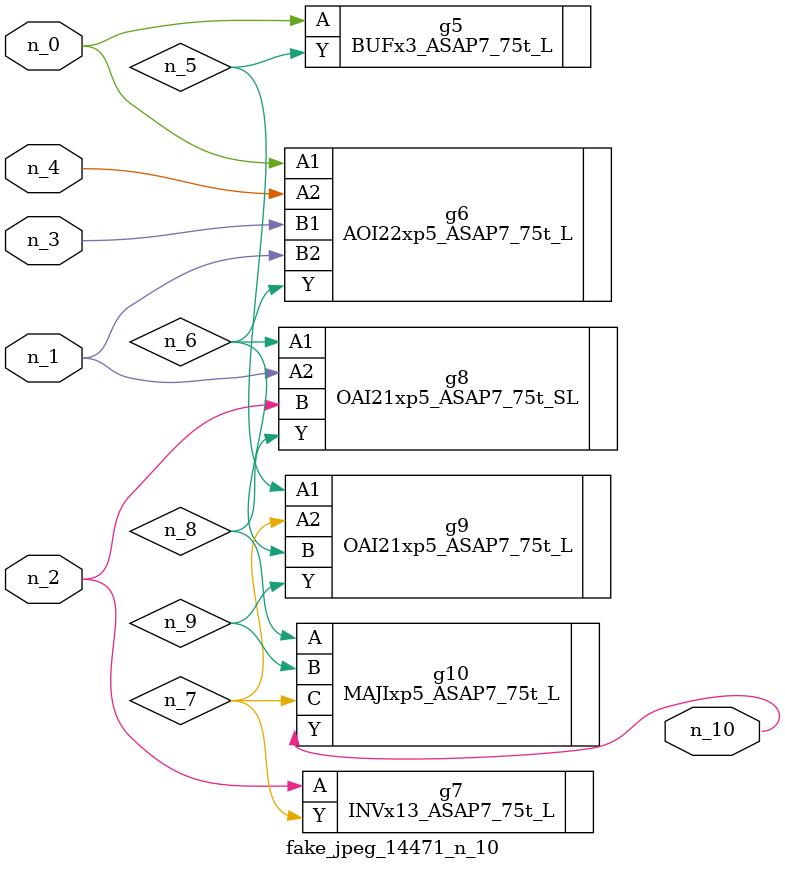
<source format=v>
module fake_jpeg_14471_n_10 (n_3, n_2, n_1, n_0, n_4, n_10);

input n_3;
input n_2;
input n_1;
input n_0;
input n_4;

output n_10;

wire n_8;
wire n_9;
wire n_6;
wire n_5;
wire n_7;

BUFx3_ASAP7_75t_L g5 ( 
.A(n_0),
.Y(n_5)
);

AOI22xp5_ASAP7_75t_L g6 ( 
.A1(n_0),
.A2(n_4),
.B1(n_3),
.B2(n_1),
.Y(n_6)
);

INVx13_ASAP7_75t_L g7 ( 
.A(n_2),
.Y(n_7)
);

OAI21xp5_ASAP7_75t_SL g8 ( 
.A1(n_6),
.A2(n_1),
.B(n_2),
.Y(n_8)
);

MAJIxp5_ASAP7_75t_L g10 ( 
.A(n_8),
.B(n_9),
.C(n_7),
.Y(n_10)
);

OAI21xp5_ASAP7_75t_L g9 ( 
.A1(n_5),
.A2(n_7),
.B(n_6),
.Y(n_9)
);


endmodule
</source>
